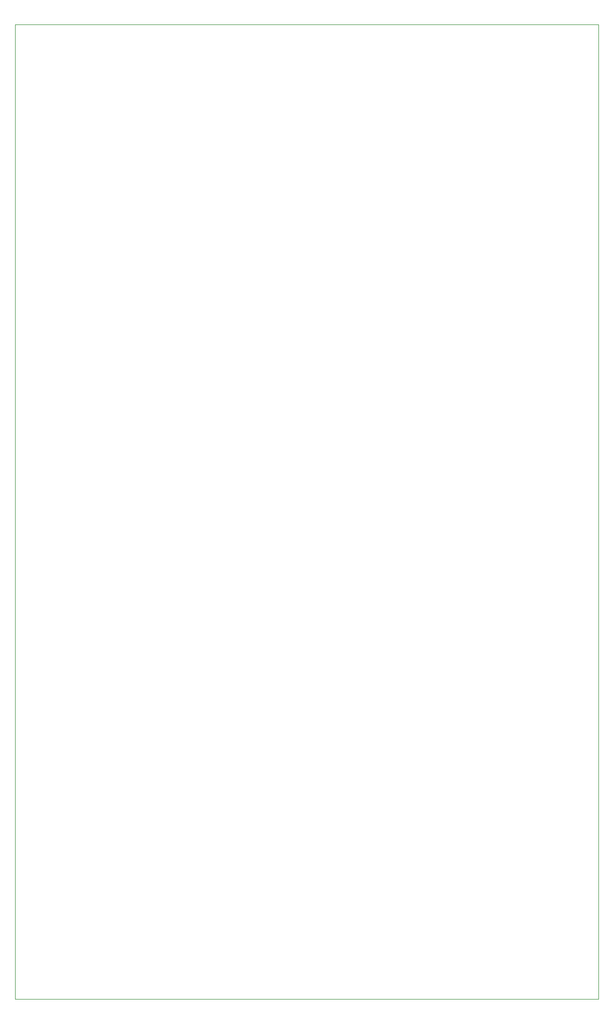
<source format=gbr>
G04 #@! TF.GenerationSoftware,KiCad,Pcbnew,(5.1.5-0)*
G04 #@! TF.CreationDate,2020-03-21T21:07:46+01:00*
G04 #@! TF.ProjectId,load_cells_connector_board,6c6f6164-5f63-4656-9c6c-735f636f6e6e,v01*
G04 #@! TF.SameCoordinates,Original*
G04 #@! TF.FileFunction,Profile,NP*
%FSLAX46Y46*%
G04 Gerber Fmt 4.6, Leading zero omitted, Abs format (unit mm)*
G04 Created by KiCad (PCBNEW (5.1.5-0)) date 2020-03-21 21:07:46*
%MOMM*%
%LPD*%
G04 APERTURE LIST*
%ADD10C,0.120000*%
G04 APERTURE END LIST*
D10*
X186436000Y-30480000D02*
X91440000Y-30480000D01*
X186436000Y-188976000D02*
X186436000Y-30480000D01*
X91440000Y-188976000D02*
X186436000Y-188976000D01*
X91440000Y-30480000D02*
X91440000Y-188976000D01*
M02*

</source>
